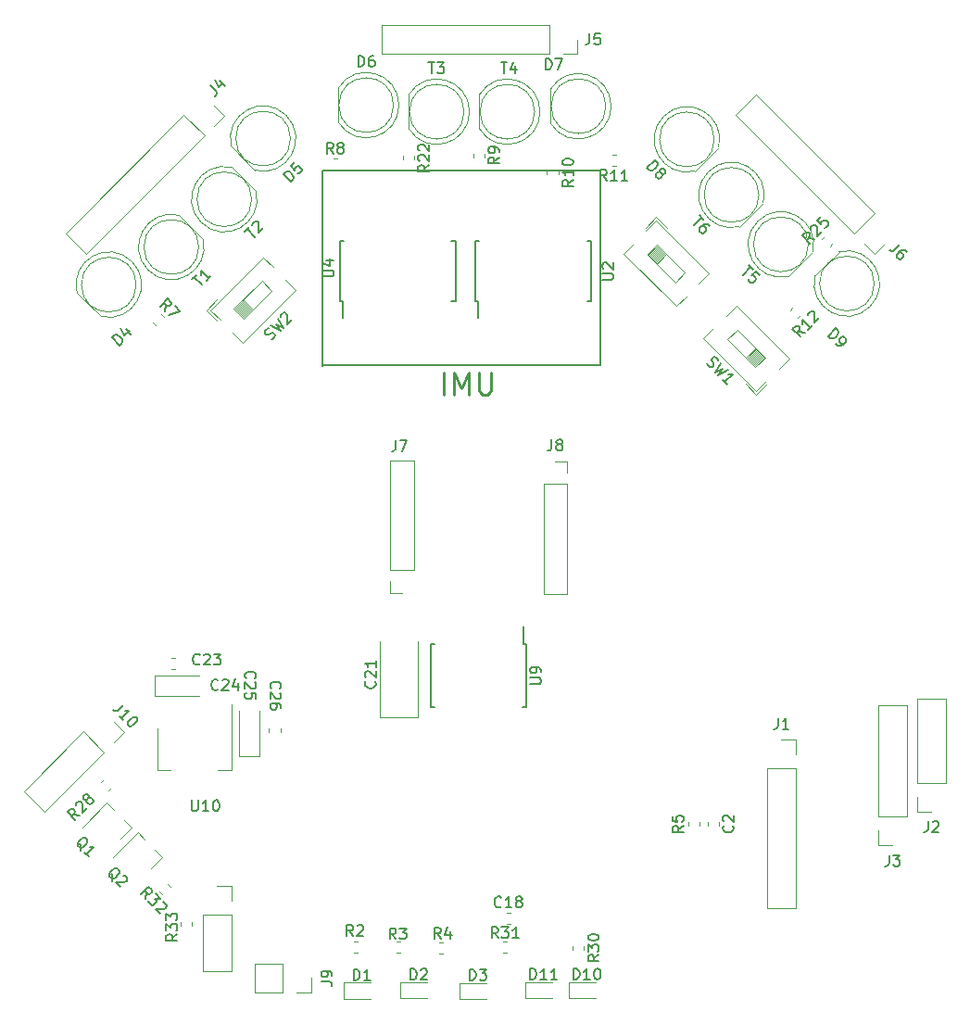
<source format=gbr>
G04 #@! TF.GenerationSoftware,KiCad,Pcbnew,(5.0.2)-1*
G04 #@! TF.CreationDate,2021-04-10T18:42:57+02:00*
G04 #@! TF.ProjectId,Squick,53717569-636b-42e6-9b69-6361645f7063,rev?*
G04 #@! TF.SameCoordinates,Original*
G04 #@! TF.FileFunction,Legend,Top*
G04 #@! TF.FilePolarity,Positive*
%FSLAX45Y45*%
G04 Gerber Fmt 4.5, Leading zero omitted, Abs format (unit mm)*
G04 Created by KiCad (PCBNEW (5.0.2)-1) date 10.04.2021 18:42:57*
%MOMM*%
%LPD*%
G01*
G04 APERTURE LIST*
%ADD10C,0.120000*%
%ADD11C,0.150000*%
%ADD12C,0.250000*%
G04 APERTURE END LIST*
D10*
G04 #@! TO.C,R9*
X17959000Y-4722873D02*
X17959000Y-4757127D01*
X18061000Y-4722873D02*
X18061000Y-4757127D01*
G04 #@! TO.C,J8*
X18604000Y-7740000D02*
X18816000Y-7740000D01*
X18604000Y-7740000D02*
X18604000Y-8746000D01*
X18604000Y-8746000D02*
X18816000Y-8746000D01*
X18816000Y-7740000D02*
X18816000Y-8746000D01*
X18816000Y-7534000D02*
X18816000Y-7640000D01*
X18710000Y-7534000D02*
X18816000Y-7534000D01*
G04 #@! TO.C,J7*
X17416000Y-8530000D02*
X17204000Y-8530000D01*
X17416000Y-8530000D02*
X17416000Y-7524000D01*
X17416000Y-7524000D02*
X17204000Y-7524000D01*
X17204000Y-8530000D02*
X17204000Y-7524000D01*
X17204000Y-8736000D02*
X17204000Y-8630000D01*
X17310000Y-8736000D02*
X17204000Y-8736000D01*
D11*
G04 #@! TO.C,U8*
X19122000Y-4879000D02*
X19122000Y-6659000D01*
X17852000Y-4879000D02*
X19122000Y-4879000D01*
X17852000Y-4879000D02*
X16582000Y-4879000D01*
X16581000Y-4881000D02*
X16581000Y-6661000D01*
X16582000Y-6659000D02*
X19122000Y-6659000D01*
D10*
G04 #@! TO.C,SW4*
X15620000Y-11417000D02*
X15753000Y-11417000D01*
X15753000Y-11417000D02*
X15753000Y-11550000D01*
X15753000Y-11677000D02*
X15753000Y-12191000D01*
X15487000Y-12191000D02*
X15753000Y-12191000D01*
X15487000Y-11677000D02*
X15487000Y-12191000D01*
X15487000Y-11677000D02*
X15753000Y-11677000D01*
G04 #@! TO.C,R31*
X18268127Y-11921000D02*
X18233873Y-11921000D01*
X18268127Y-12023000D02*
X18233873Y-12023000D01*
G04 #@! TO.C,R30*
X18869000Y-11962873D02*
X18869000Y-11997127D01*
X18971000Y-11962873D02*
X18971000Y-11997127D01*
G04 #@! TO.C,R28*
X14628952Y-10538373D02*
X14653173Y-10514152D01*
X14556827Y-10466248D02*
X14581048Y-10442027D01*
G04 #@! TO.C,R25*
X21218624Y-5574301D02*
X21242845Y-5550080D01*
X21146499Y-5502176D02*
X21170720Y-5477955D01*
G04 #@! TO.C,R22*
X17319000Y-4745373D02*
X17319000Y-4779627D01*
X17421000Y-4745373D02*
X17421000Y-4779627D01*
G04 #@! TO.C,R12*
X20877920Y-6129955D02*
X20853699Y-6154176D01*
X20950045Y-6202080D02*
X20925824Y-6226301D01*
G04 #@! TO.C,R11*
X19262627Y-4732000D02*
X19228373Y-4732000D01*
X19262627Y-4834000D02*
X19228373Y-4834000D01*
G04 #@! TO.C,R10*
X18635000Y-4880373D02*
X18635000Y-4914627D01*
X18737000Y-4880373D02*
X18737000Y-4914627D01*
G04 #@! TO.C,R8*
X16680873Y-4872000D02*
X16715127Y-4872000D01*
X16680873Y-4770000D02*
X16715127Y-4770000D01*
G04 #@! TO.C,R7*
X15033699Y-6265824D02*
X15057920Y-6290045D01*
X15105824Y-6193699D02*
X15130045Y-6217920D01*
G04 #@! TO.C,R5*
X20029000Y-10865627D02*
X20029000Y-10831373D01*
X19927000Y-10865627D02*
X19927000Y-10831373D01*
G04 #@! TO.C,R4*
X17679627Y-11928000D02*
X17645373Y-11928000D01*
X17679627Y-12030000D02*
X17645373Y-12030000D01*
G04 #@! TO.C,R3*
X17292627Y-11922000D02*
X17258373Y-11922000D01*
X17292627Y-12024000D02*
X17258373Y-12024000D01*
G04 #@! TO.C,R2*
X16904127Y-11920000D02*
X16869873Y-11920000D01*
X16904127Y-12022000D02*
X16869873Y-12022000D01*
G04 #@! TO.C,Q1*
X14836663Y-10877183D02*
X14733425Y-10980420D01*
X14613217Y-10653737D02*
X14389771Y-10877183D01*
X14613217Y-10653737D02*
X14678978Y-10719498D01*
X14836663Y-10877183D02*
X14770902Y-10811422D01*
G04 #@! TO.C,D11*
X18435500Y-12440500D02*
X18681500Y-12440500D01*
X18435500Y-12293500D02*
X18435500Y-12440500D01*
X18681500Y-12293500D02*
X18435500Y-12293500D01*
G04 #@! TO.C,D10*
X18830500Y-12440500D02*
X19076500Y-12440500D01*
X18830500Y-12293500D02*
X18830500Y-12440500D01*
X19076500Y-12293500D02*
X18830500Y-12293500D01*
G04 #@! TO.C,D3*
X17834500Y-12446500D02*
X18080500Y-12446500D01*
X17834500Y-12299500D02*
X17834500Y-12446500D01*
X18080500Y-12299500D02*
X17834500Y-12299500D01*
G04 #@! TO.C,D2*
X17294000Y-12442500D02*
X17540000Y-12442500D01*
X17294000Y-12295500D02*
X17294000Y-12442500D01*
X17540000Y-12295500D02*
X17294000Y-12295500D01*
G04 #@! TO.C,D1*
X16774500Y-12445500D02*
X17020500Y-12445500D01*
X16774500Y-12298500D02*
X16774500Y-12445500D01*
X17020500Y-12298500D02*
X16774500Y-12298500D01*
G04 #@! TO.C,C26*
X16197000Y-10006627D02*
X16197000Y-9972373D01*
X16095000Y-10006627D02*
X16095000Y-9972373D01*
G04 #@! TO.C,C25*
X16009500Y-10224750D02*
X16009500Y-9816250D01*
X15822500Y-10224750D02*
X16009500Y-10224750D01*
X15822500Y-9816250D02*
X15822500Y-10224750D01*
G04 #@! TO.C,C24*
X15458000Y-9489500D02*
X15049500Y-9489500D01*
X15049500Y-9489500D02*
X15049500Y-9676500D01*
X15049500Y-9676500D02*
X15458000Y-9676500D01*
G04 #@! TO.C,C23*
X15198873Y-9430000D02*
X15233127Y-9430000D01*
X15198873Y-9328000D02*
X15233127Y-9328000D01*
G04 #@! TO.C,C21*
X17451000Y-9874500D02*
X17451000Y-9181000D01*
X17109000Y-9874500D02*
X17451000Y-9874500D01*
X17109000Y-9181000D02*
X17109000Y-9874500D01*
G04 #@! TO.C,C18*
X18263373Y-11759000D02*
X18297627Y-11759000D01*
X18263373Y-11657000D02*
X18297627Y-11657000D01*
G04 #@! TO.C,C2*
X20101000Y-10829373D02*
X20101000Y-10863627D01*
X20203000Y-10829373D02*
X20203000Y-10863627D01*
G04 #@! TO.C,R33*
X15289000Y-11740373D02*
X15289000Y-11774627D01*
X15391000Y-11740373D02*
X15391000Y-11774627D01*
G04 #@! TO.C,R32*
X15190045Y-11419920D02*
X15165824Y-11395699D01*
X15117920Y-11492045D02*
X15093699Y-11467824D01*
G04 #@! TO.C,Q2*
X15116663Y-11150183D02*
X15013425Y-11253420D01*
X14893217Y-10926737D02*
X14669771Y-11150183D01*
X14893217Y-10926737D02*
X14958978Y-10992498D01*
X15116663Y-11150183D02*
X15050902Y-11084422D01*
G04 #@! TO.C,J10*
X14395752Y-10003357D02*
X14583843Y-10191448D01*
X14395752Y-10003357D02*
X13852694Y-10546415D01*
X13852694Y-10546415D02*
X14040785Y-10734506D01*
X14583843Y-10191448D02*
X14040785Y-10734506D01*
X14767690Y-10007600D02*
X14673645Y-10101645D01*
X14673645Y-9913555D02*
X14767690Y-10007600D01*
D11*
G04 #@! TO.C,U2*
X18007500Y-6072500D02*
X18007500Y-6225000D01*
X19035000Y-6072500D02*
X19035000Y-5517500D01*
X17980000Y-6072500D02*
X17980000Y-5517500D01*
X19035000Y-6072500D02*
X18999500Y-6072500D01*
X19035000Y-5517500D02*
X18999500Y-5517500D01*
X17980000Y-5517500D02*
X18015500Y-5517500D01*
X17980000Y-6072500D02*
X18007500Y-6072500D01*
G04 #@! TO.C,U4*
X16742500Y-6072500D02*
X16770000Y-6072500D01*
X16742500Y-5517500D02*
X16778000Y-5517500D01*
X17797500Y-5517500D02*
X17762000Y-5517500D01*
X17797500Y-6072500D02*
X17762000Y-6072500D01*
X16742500Y-6072500D02*
X16742500Y-5517500D01*
X17797500Y-6072500D02*
X17797500Y-5517500D01*
X16770000Y-6072500D02*
X16770000Y-6225000D01*
D10*
G04 #@! TO.C,SW1*
X20452761Y-6590063D02*
X20542563Y-6500261D01*
X20622938Y-6590535D02*
X20537614Y-6505211D01*
X20614453Y-6599020D02*
X20529128Y-6513696D01*
X20605967Y-6607505D02*
X20520643Y-6522181D01*
X20597482Y-6615991D02*
X20512158Y-6530666D01*
X20588997Y-6624476D02*
X20503673Y-6539152D01*
X20580512Y-6632961D02*
X20495187Y-6547637D01*
X20572026Y-6641446D02*
X20486702Y-6556122D01*
X20563541Y-6649932D02*
X20478217Y-6564607D01*
X20555056Y-6658417D02*
X20469731Y-6573093D01*
X20546570Y-6666902D02*
X20461246Y-6581578D01*
X20282112Y-6419415D02*
X20538085Y-6675388D01*
X20371915Y-6329612D02*
X20282112Y-6419415D01*
X20627888Y-6585585D02*
X20371915Y-6329612D01*
X20538085Y-6675388D02*
X20627888Y-6585585D01*
X20546924Y-6926764D02*
X20644717Y-6828971D01*
X20546924Y-6926764D02*
X20449131Y-6828971D01*
X20270445Y-6204808D02*
X20363076Y-6112177D01*
X20064677Y-6410576D02*
X20157308Y-6317945D01*
X20752692Y-6687055D02*
X20845323Y-6594424D01*
X20546924Y-6892823D02*
X20639555Y-6800192D01*
X20845323Y-6594424D02*
X20363076Y-6112177D01*
X20546924Y-6892823D02*
X20064677Y-6410576D01*
G04 #@! TO.C,SW2*
X15554677Y-6151924D02*
X16036924Y-5669677D01*
X15853076Y-6450323D02*
X16335323Y-5968076D01*
X15554677Y-6151924D02*
X15647308Y-6244555D01*
X15760445Y-6357692D02*
X15853076Y-6450323D01*
X16036924Y-5669677D02*
X16129555Y-5762308D01*
X16242692Y-5875445D02*
X16335323Y-5968076D01*
X15520736Y-6151924D02*
X15618529Y-6054131D01*
X15520736Y-6151924D02*
X15618529Y-6249717D01*
X15772112Y-6143085D02*
X15861915Y-6232888D01*
X15861915Y-6232888D02*
X16117888Y-5976915D01*
X16117888Y-5976915D02*
X16028085Y-5887112D01*
X16028085Y-5887112D02*
X15772112Y-6143085D01*
X15780598Y-6151570D02*
X15865922Y-6066246D01*
X15789083Y-6160056D02*
X15874407Y-6074731D01*
X15797568Y-6168541D02*
X15882892Y-6083217D01*
X15806053Y-6177026D02*
X15891378Y-6091702D01*
X15814539Y-6185511D02*
X15899863Y-6100187D01*
X15823024Y-6193997D02*
X15908348Y-6108672D01*
X15831509Y-6202482D02*
X15916834Y-6117158D01*
X15839995Y-6210967D02*
X15925319Y-6125643D01*
X15848480Y-6219453D02*
X15933804Y-6134128D01*
X15856965Y-6227938D02*
X15942289Y-6142614D01*
X15857437Y-6057761D02*
X15947239Y-6147563D01*
G04 #@! TO.C,SW3*
X19724739Y-5639937D02*
X19634937Y-5729739D01*
X19554562Y-5639465D02*
X19639886Y-5724789D01*
X19563047Y-5630980D02*
X19648372Y-5716304D01*
X19571533Y-5622495D02*
X19656857Y-5707819D01*
X19580018Y-5614009D02*
X19665342Y-5699334D01*
X19588503Y-5605524D02*
X19673828Y-5690848D01*
X19596989Y-5597039D02*
X19682313Y-5682363D01*
X19605474Y-5588554D02*
X19690798Y-5673878D01*
X19613959Y-5580068D02*
X19699283Y-5665392D01*
X19622444Y-5571583D02*
X19707769Y-5656907D01*
X19630930Y-5563098D02*
X19716254Y-5648422D01*
X19895388Y-5810585D02*
X19639415Y-5554612D01*
X19805585Y-5900388D02*
X19895388Y-5810585D01*
X19549612Y-5644415D02*
X19805585Y-5900388D01*
X19639415Y-5554612D02*
X19549612Y-5644415D01*
X19630576Y-5303236D02*
X19532783Y-5401029D01*
X19630576Y-5303236D02*
X19728369Y-5401029D01*
X19907055Y-6025192D02*
X19814424Y-6117823D01*
X20112823Y-5819424D02*
X20020192Y-5912055D01*
X19424808Y-5542945D02*
X19332177Y-5635576D01*
X19630576Y-5337177D02*
X19537945Y-5429808D01*
X19332177Y-5635576D02*
X19814424Y-6117823D01*
X19630576Y-5337177D02*
X20112823Y-5819424D01*
G04 #@! TO.C,D4*
X14841260Y-5708805D02*
G75*
G03X14339547Y-5991981I-211458J-211392D01*
G01*
X14841195Y-5708740D02*
G75*
G02X14558019Y-6210453I-211392J-211458D01*
G01*
X14879803Y-5920197D02*
G75*
G03X14879803Y-5920197I-250000J0D01*
G01*
X14339535Y-5991969D02*
X14558031Y-6210465D01*
G04 #@! TO.C,D5*
X16251260Y-4373805D02*
G75*
G03X15749547Y-4656981I-211458J-211392D01*
G01*
X16251195Y-4373740D02*
G75*
G02X15968019Y-4875453I-211392J-211458D01*
G01*
X16289803Y-4585197D02*
G75*
G03X16289803Y-4585197I-250000J0D01*
G01*
X15749535Y-4656969D02*
X15968031Y-4875465D01*
G04 #@! TO.C,D6*
X17281000Y-4280046D02*
G75*
G03X16726000Y-4125517I-299000J46D01*
G01*
X17281000Y-4279954D02*
G75*
G02X16726000Y-4434483I-299000J-46D01*
G01*
X17232000Y-4280000D02*
G75*
G03X17232000Y-4280000I-250000J0D01*
G01*
X16726000Y-4125500D02*
X16726000Y-4434500D01*
G04 #@! TO.C,D7*
X18666000Y-4135500D02*
X18666000Y-4444500D01*
X19172000Y-4290000D02*
G75*
G03X19172000Y-4290000I-250000J0D01*
G01*
X19221000Y-4289954D02*
G75*
G02X18666000Y-4444483I-299000J-46D01*
G01*
X19221000Y-4290046D02*
G75*
G03X18666000Y-4135517I-299000J46D01*
G01*
G04 #@! TO.C,D8*
X19701305Y-4381240D02*
G75*
G03X19984481Y-4882953I211392J-211458D01*
G01*
X19701240Y-4381305D02*
G75*
G02X20202953Y-4664481I211458J-211392D01*
G01*
X20162697Y-4592697D02*
G75*
G03X20162697Y-4592697I-250000J0D01*
G01*
X19984469Y-4882965D02*
X20202965Y-4664469D01*
G04 #@! TO.C,D9*
X21303031Y-5619535D02*
X21084535Y-5838031D01*
X21624803Y-5909803D02*
G75*
G03X21624803Y-5909803I-250000J0D01*
G01*
X21586260Y-6121195D02*
G75*
G02X21084547Y-5838019I-211458J211392D01*
G01*
X21586195Y-6121260D02*
G75*
G03X21303019Y-5619547I-211392J211458D01*
G01*
G04 #@! TO.C,J1*
X20644200Y-10337800D02*
X20910200Y-10337800D01*
X20644200Y-10337800D02*
X20644200Y-11613800D01*
X20644200Y-11613800D02*
X20910200Y-11613800D01*
X20910200Y-10337800D02*
X20910200Y-11613800D01*
X20910200Y-10077800D02*
X20910200Y-10210800D01*
X20777200Y-10077800D02*
X20910200Y-10077800D01*
G04 #@! TO.C,J2*
X22281800Y-10473000D02*
X22015800Y-10473000D01*
X22281800Y-10473000D02*
X22281800Y-9705000D01*
X22281800Y-9705000D02*
X22015800Y-9705000D01*
X22015800Y-10473000D02*
X22015800Y-9705000D01*
X22015800Y-10733000D02*
X22015800Y-10600000D01*
X22148800Y-10733000D02*
X22015800Y-10733000D01*
G04 #@! TO.C,J3*
X21926200Y-10783000D02*
X21660200Y-10783000D01*
X21926200Y-10783000D02*
X21926200Y-9761000D01*
X21926200Y-9761000D02*
X21660200Y-9761000D01*
X21660200Y-10783000D02*
X21660200Y-9761000D01*
X21660200Y-11043000D02*
X21660200Y-10910000D01*
X21793200Y-11043000D02*
X21660200Y-11043000D01*
G04 #@! TO.C,J4*
X15594045Y-4280955D02*
X15688090Y-4375000D01*
X15688090Y-4375000D02*
X15594045Y-4469045D01*
X15504243Y-4558848D02*
X14422369Y-5640721D01*
X14234279Y-5452631D02*
X14422369Y-5640721D01*
X15316152Y-4370757D02*
X14234279Y-5452631D01*
X15316152Y-4370757D02*
X15504243Y-4558848D01*
G04 #@! TO.C,J5*
X18653000Y-3547000D02*
X18653000Y-3813000D01*
X18653000Y-3547000D02*
X17123000Y-3547000D01*
X17123000Y-3547000D02*
X17123000Y-3813000D01*
X18653000Y-3813000D02*
X17123000Y-3813000D01*
X18913000Y-3813000D02*
X18780000Y-3813000D01*
X18913000Y-3680000D02*
X18913000Y-3813000D01*
G04 #@! TO.C,J6*
X21629243Y-5265955D02*
X21441152Y-5454045D01*
X21629243Y-5265955D02*
X20547369Y-4184081D01*
X20547369Y-4184081D02*
X20359279Y-4372172D01*
X21441152Y-5454045D02*
X20359279Y-4372172D01*
X21625000Y-5637893D02*
X21530955Y-5543848D01*
X21719045Y-5543848D02*
X21625000Y-5637893D01*
G04 #@! TO.C,J9*
X16221000Y-12123000D02*
X16221000Y-12389000D01*
X16221000Y-12123000D02*
X15961000Y-12123000D01*
X15961000Y-12123000D02*
X15961000Y-12389000D01*
X16221000Y-12389000D02*
X15961000Y-12389000D01*
X16481000Y-12389000D02*
X16348000Y-12389000D01*
X16481000Y-12256000D02*
X16481000Y-12389000D01*
G04 #@! TO.C,T1*
X15491265Y-5504431D02*
X15272769Y-5285935D01*
X15450997Y-5576203D02*
G75*
G03X15450997Y-5576203I-250000J0D01*
G01*
X14989605Y-5787660D02*
G75*
G02X15272781Y-5285947I211392J211458D01*
G01*
X14989540Y-5787595D02*
G75*
G03X15491253Y-5504419I211458J211392D01*
G01*
G04 #@! TO.C,T2*
X15975465Y-5068031D02*
X15756969Y-4849535D01*
X15935197Y-5139803D02*
G75*
G03X15935197Y-5139803I-250000J0D01*
G01*
X15473805Y-5351260D02*
G75*
G02X15756981Y-4849547I211392J211458D01*
G01*
X15473740Y-5351195D02*
G75*
G03X15975453Y-5068019I211458J211392D01*
G01*
G04 #@! TO.C,T3*
X17926000Y-4340046D02*
G75*
G03X17371000Y-4185517I-299000J46D01*
G01*
X17926000Y-4339954D02*
G75*
G02X17371000Y-4494483I-299000J-46D01*
G01*
X17877000Y-4340000D02*
G75*
G03X17877000Y-4340000I-250000J0D01*
G01*
X17371000Y-4185500D02*
X17371000Y-4494500D01*
G04 #@! TO.C,T4*
X18016000Y-4185500D02*
X18016000Y-4494500D01*
X18522000Y-4340000D02*
G75*
G03X18522000Y-4340000I-250000J0D01*
G01*
X18571000Y-4339954D02*
G75*
G02X18016000Y-4494483I-299000J-46D01*
G01*
X18571000Y-4340046D02*
G75*
G03X18016000Y-4185517I-299000J46D01*
G01*
G04 #@! TO.C,T5*
X20560605Y-5340940D02*
G75*
G03X20843781Y-5842653I211392J-211458D01*
G01*
X20560540Y-5341005D02*
G75*
G02X21062253Y-5624181I211458J-211392D01*
G01*
X21021997Y-5552397D02*
G75*
G03X21021997Y-5552397I-250000J0D01*
G01*
X20843769Y-5842665D02*
X21062265Y-5624169D01*
G04 #@! TO.C,T6*
X20391969Y-5390465D02*
X20610465Y-5171969D01*
X20570197Y-5100197D02*
G75*
G03X20570197Y-5100197I-250000J0D01*
G01*
X20108740Y-4888805D02*
G75*
G02X20610453Y-5171981I211458J-211392D01*
G01*
X20108805Y-4888740D02*
G75*
G03X20391981Y-5390453I211392J-211458D01*
G01*
D11*
G04 #@! TO.C,U9*
X18441500Y-9205500D02*
X18419000Y-9205500D01*
X18441500Y-9780500D02*
X18411500Y-9780500D01*
X17576500Y-9780500D02*
X17606500Y-9780500D01*
X17576500Y-9205500D02*
X17606500Y-9205500D01*
X18441500Y-9205500D02*
X18441500Y-9780500D01*
X17576500Y-9205500D02*
X17576500Y-9780500D01*
X18419000Y-9205500D02*
X18419000Y-9045500D01*
D10*
G04 #@! TO.C,U10*
X15071500Y-10353500D02*
X15197500Y-10353500D01*
X15753500Y-10353500D02*
X15627500Y-10353500D01*
X15071500Y-9977500D02*
X15071500Y-10353500D01*
X15753500Y-9752500D02*
X15753500Y-10353500D01*
G04 #@! TO.C,R9*
D11*
X18198238Y-4756667D02*
X18150619Y-4790000D01*
X18198238Y-4813810D02*
X18098238Y-4813810D01*
X18098238Y-4775714D01*
X18103000Y-4766190D01*
X18107762Y-4761429D01*
X18117286Y-4756667D01*
X18131571Y-4756667D01*
X18141095Y-4761429D01*
X18145857Y-4766190D01*
X18150619Y-4775714D01*
X18150619Y-4813810D01*
X18198238Y-4709048D02*
X18198238Y-4690000D01*
X18193476Y-4680476D01*
X18188714Y-4675714D01*
X18174429Y-4666190D01*
X18155381Y-4661429D01*
X18117286Y-4661429D01*
X18107762Y-4666190D01*
X18103000Y-4670952D01*
X18098238Y-4680476D01*
X18098238Y-4699524D01*
X18103000Y-4709048D01*
X18107762Y-4713810D01*
X18117286Y-4718571D01*
X18141095Y-4718571D01*
X18150619Y-4713810D01*
X18155381Y-4709048D01*
X18160143Y-4699524D01*
X18160143Y-4680476D01*
X18155381Y-4670952D01*
X18150619Y-4666190D01*
X18141095Y-4661429D01*
G04 #@! TO.C,J8*
X18676667Y-7335238D02*
X18676667Y-7406667D01*
X18671905Y-7420952D01*
X18662381Y-7430476D01*
X18648095Y-7435238D01*
X18638571Y-7435238D01*
X18738571Y-7378095D02*
X18729048Y-7373333D01*
X18724286Y-7368571D01*
X18719524Y-7359048D01*
X18719524Y-7354286D01*
X18724286Y-7344762D01*
X18729048Y-7340000D01*
X18738571Y-7335238D01*
X18757619Y-7335238D01*
X18767143Y-7340000D01*
X18771905Y-7344762D01*
X18776667Y-7354286D01*
X18776667Y-7359048D01*
X18771905Y-7368571D01*
X18767143Y-7373333D01*
X18757619Y-7378095D01*
X18738571Y-7378095D01*
X18729048Y-7382857D01*
X18724286Y-7387619D01*
X18719524Y-7397143D01*
X18719524Y-7416190D01*
X18724286Y-7425714D01*
X18729048Y-7430476D01*
X18738571Y-7435238D01*
X18757619Y-7435238D01*
X18767143Y-7430476D01*
X18771905Y-7425714D01*
X18776667Y-7416190D01*
X18776667Y-7397143D01*
X18771905Y-7387619D01*
X18767143Y-7382857D01*
X18757619Y-7378095D01*
G04 #@! TO.C,J7*
X17251667Y-7340238D02*
X17251667Y-7411667D01*
X17246905Y-7425952D01*
X17237381Y-7435476D01*
X17223095Y-7440238D01*
X17213571Y-7440238D01*
X17289762Y-7340238D02*
X17356429Y-7340238D01*
X17313571Y-7440238D01*
G04 #@! TO.C,U8*
D12*
X17687952Y-6923076D02*
X17687952Y-6723076D01*
X17783190Y-6923076D02*
X17783190Y-6723076D01*
X17849857Y-6865933D01*
X17916524Y-6723076D01*
X17916524Y-6923076D01*
X18011762Y-6723076D02*
X18011762Y-6884981D01*
X18021286Y-6904028D01*
X18030810Y-6913552D01*
X18049857Y-6923076D01*
X18087952Y-6923076D01*
X18107000Y-6913552D01*
X18116524Y-6904028D01*
X18126048Y-6884981D01*
X18126048Y-6723076D01*
G04 #@! TO.C,R31*
D11*
X18186714Y-11890238D02*
X18153381Y-11842619D01*
X18129571Y-11890238D02*
X18129571Y-11790238D01*
X18167667Y-11790238D01*
X18177190Y-11795000D01*
X18181952Y-11799762D01*
X18186714Y-11809286D01*
X18186714Y-11823571D01*
X18181952Y-11833095D01*
X18177190Y-11837857D01*
X18167667Y-11842619D01*
X18129571Y-11842619D01*
X18220048Y-11790238D02*
X18281952Y-11790238D01*
X18248619Y-11828333D01*
X18262905Y-11828333D01*
X18272429Y-11833095D01*
X18277190Y-11837857D01*
X18281952Y-11847381D01*
X18281952Y-11871190D01*
X18277190Y-11880714D01*
X18272429Y-11885476D01*
X18262905Y-11890238D01*
X18234333Y-11890238D01*
X18224810Y-11885476D01*
X18220048Y-11880714D01*
X18377190Y-11890238D02*
X18320048Y-11890238D01*
X18348619Y-11890238D02*
X18348619Y-11790238D01*
X18339095Y-11804524D01*
X18329571Y-11814048D01*
X18320048Y-11818809D01*
G04 #@! TO.C,R30*
X19108238Y-12044286D02*
X19060619Y-12077619D01*
X19108238Y-12101428D02*
X19008238Y-12101428D01*
X19008238Y-12063333D01*
X19013000Y-12053809D01*
X19017762Y-12049048D01*
X19027286Y-12044286D01*
X19041571Y-12044286D01*
X19051095Y-12049048D01*
X19055857Y-12053809D01*
X19060619Y-12063333D01*
X19060619Y-12101428D01*
X19008238Y-12010952D02*
X19008238Y-11949048D01*
X19046333Y-11982381D01*
X19046333Y-11968095D01*
X19051095Y-11958571D01*
X19055857Y-11953809D01*
X19065381Y-11949048D01*
X19089190Y-11949048D01*
X19098714Y-11953809D01*
X19103476Y-11958571D01*
X19108238Y-11968095D01*
X19108238Y-11996667D01*
X19103476Y-12006190D01*
X19098714Y-12010952D01*
X19008238Y-11887143D02*
X19008238Y-11877619D01*
X19013000Y-11868095D01*
X19017762Y-11863333D01*
X19027286Y-11858571D01*
X19046333Y-11853809D01*
X19070143Y-11853809D01*
X19089190Y-11858571D01*
X19098714Y-11863333D01*
X19103476Y-11868095D01*
X19108238Y-11877619D01*
X19108238Y-11887143D01*
X19103476Y-11896667D01*
X19098714Y-11901428D01*
X19089190Y-11906190D01*
X19070143Y-11910952D01*
X19046333Y-11910952D01*
X19027286Y-11906190D01*
X19017762Y-11901428D01*
X19013000Y-11896667D01*
X19008238Y-11887143D01*
G04 #@! TO.C,R28*
X14362931Y-10770845D02*
X14305689Y-10760744D01*
X14322525Y-10811251D02*
X14251814Y-10740540D01*
X14278752Y-10713603D01*
X14288853Y-10710236D01*
X14295588Y-10710236D01*
X14305689Y-10713603D01*
X14315791Y-10723705D01*
X14319158Y-10733806D01*
X14319158Y-10740540D01*
X14315791Y-10750642D01*
X14288853Y-10777579D01*
X14325892Y-10679931D02*
X14325892Y-10673197D01*
X14329259Y-10663095D01*
X14346095Y-10646260D01*
X14356197Y-10642892D01*
X14362931Y-10642892D01*
X14373033Y-10646260D01*
X14379767Y-10652994D01*
X14386501Y-10666463D01*
X14386501Y-10747275D01*
X14430275Y-10703502D01*
X14430275Y-10622689D02*
X14420173Y-10626056D01*
X14413439Y-10626056D01*
X14403337Y-10622689D01*
X14399970Y-10619322D01*
X14396603Y-10609221D01*
X14396603Y-10602486D01*
X14399970Y-10592385D01*
X14413439Y-10578916D01*
X14423540Y-10575549D01*
X14430275Y-10575549D01*
X14440376Y-10578916D01*
X14443743Y-10582283D01*
X14447111Y-10592385D01*
X14447111Y-10599119D01*
X14443743Y-10609221D01*
X14430275Y-10622689D01*
X14426908Y-10632791D01*
X14426908Y-10639525D01*
X14430275Y-10649627D01*
X14443743Y-10663095D01*
X14453845Y-10666463D01*
X14460579Y-10666463D01*
X14470681Y-10663095D01*
X14484150Y-10649627D01*
X14487517Y-10639525D01*
X14487517Y-10632791D01*
X14484150Y-10622689D01*
X14470681Y-10609221D01*
X14460579Y-10605853D01*
X14453845Y-10605853D01*
X14443743Y-10609221D01*
G04 #@! TO.C,R25*
X21080087Y-5502457D02*
X21022845Y-5492355D01*
X21039681Y-5542863D02*
X20968970Y-5472152D01*
X20995907Y-5445215D01*
X21006009Y-5441848D01*
X21012743Y-5441848D01*
X21022845Y-5445215D01*
X21032946Y-5455316D01*
X21036314Y-5465418D01*
X21036314Y-5472152D01*
X21032946Y-5482254D01*
X21006009Y-5509191D01*
X21043048Y-5411543D02*
X21043048Y-5404809D01*
X21046415Y-5394707D01*
X21063251Y-5377871D01*
X21073352Y-5374504D01*
X21080087Y-5374504D01*
X21090188Y-5377871D01*
X21096923Y-5384606D01*
X21103657Y-5398074D01*
X21103657Y-5478887D01*
X21147430Y-5435113D01*
X21140696Y-5300426D02*
X21107024Y-5334098D01*
X21137329Y-5371137D01*
X21137329Y-5364403D01*
X21140696Y-5354301D01*
X21157532Y-5337465D01*
X21167633Y-5334098D01*
X21174368Y-5334098D01*
X21184469Y-5337465D01*
X21201305Y-5354301D01*
X21204672Y-5364403D01*
X21204672Y-5371137D01*
X21201305Y-5381239D01*
X21184469Y-5398074D01*
X21174368Y-5401442D01*
X21167633Y-5401442D01*
G04 #@! TO.C,R22*
X17558238Y-4826786D02*
X17510619Y-4860119D01*
X17558238Y-4883929D02*
X17458238Y-4883929D01*
X17458238Y-4845833D01*
X17463000Y-4836310D01*
X17467762Y-4831548D01*
X17477286Y-4826786D01*
X17491571Y-4826786D01*
X17501095Y-4831548D01*
X17505857Y-4836310D01*
X17510619Y-4845833D01*
X17510619Y-4883929D01*
X17467762Y-4788690D02*
X17463000Y-4783929D01*
X17458238Y-4774405D01*
X17458238Y-4750595D01*
X17463000Y-4741071D01*
X17467762Y-4736310D01*
X17477286Y-4731548D01*
X17486810Y-4731548D01*
X17501095Y-4736310D01*
X17558238Y-4793452D01*
X17558238Y-4731548D01*
X17467762Y-4693452D02*
X17463000Y-4688690D01*
X17458238Y-4679167D01*
X17458238Y-4655357D01*
X17463000Y-4645833D01*
X17467762Y-4641071D01*
X17477286Y-4636310D01*
X17486810Y-4636310D01*
X17501095Y-4641071D01*
X17558238Y-4698214D01*
X17558238Y-4636310D01*
G04 #@! TO.C,R12*
X20989519Y-6356689D02*
X20932277Y-6346588D01*
X20949113Y-6397096D02*
X20878403Y-6326385D01*
X20905340Y-6299447D01*
X20915442Y-6296080D01*
X20922176Y-6296080D01*
X20932277Y-6299447D01*
X20942379Y-6309549D01*
X20945746Y-6319651D01*
X20945746Y-6326385D01*
X20942379Y-6336486D01*
X20915442Y-6363424D01*
X21056863Y-6289346D02*
X21016457Y-6329752D01*
X21036660Y-6309549D02*
X20965949Y-6238838D01*
X20969316Y-6255674D01*
X20969316Y-6269143D01*
X20965949Y-6279244D01*
X21019824Y-6198432D02*
X21019824Y-6191698D01*
X21023191Y-6181596D01*
X21040027Y-6164760D01*
X21050129Y-6161393D01*
X21056863Y-6161393D01*
X21066964Y-6164760D01*
X21073699Y-6171495D01*
X21080433Y-6184963D01*
X21080433Y-6265776D01*
X21124206Y-6222002D01*
G04 #@! TO.C,R11*
X19181214Y-4971238D02*
X19147881Y-4923619D01*
X19124071Y-4971238D02*
X19124071Y-4871238D01*
X19162167Y-4871238D01*
X19171690Y-4876000D01*
X19176452Y-4880762D01*
X19181214Y-4890286D01*
X19181214Y-4904571D01*
X19176452Y-4914095D01*
X19171690Y-4918857D01*
X19162167Y-4923619D01*
X19124071Y-4923619D01*
X19276452Y-4971238D02*
X19219310Y-4971238D01*
X19247881Y-4971238D02*
X19247881Y-4871238D01*
X19238357Y-4885524D01*
X19228833Y-4895048D01*
X19219310Y-4899810D01*
X19371690Y-4971238D02*
X19314548Y-4971238D01*
X19343119Y-4971238D02*
X19343119Y-4871238D01*
X19333595Y-4885524D01*
X19324071Y-4895048D01*
X19314548Y-4899810D01*
G04 #@! TO.C,R10*
X18874238Y-4961786D02*
X18826619Y-4995119D01*
X18874238Y-5018929D02*
X18774238Y-5018929D01*
X18774238Y-4980833D01*
X18779000Y-4971310D01*
X18783762Y-4966548D01*
X18793286Y-4961786D01*
X18807571Y-4961786D01*
X18817095Y-4966548D01*
X18821857Y-4971310D01*
X18826619Y-4980833D01*
X18826619Y-5018929D01*
X18874238Y-4866548D02*
X18874238Y-4923690D01*
X18874238Y-4895119D02*
X18774238Y-4895119D01*
X18788524Y-4904643D01*
X18798048Y-4914167D01*
X18802810Y-4923690D01*
X18774238Y-4804643D02*
X18774238Y-4795119D01*
X18779000Y-4785595D01*
X18783762Y-4780833D01*
X18793286Y-4776071D01*
X18812333Y-4771310D01*
X18836143Y-4771310D01*
X18855190Y-4776071D01*
X18864714Y-4780833D01*
X18869476Y-4785595D01*
X18874238Y-4795119D01*
X18874238Y-4804643D01*
X18869476Y-4814167D01*
X18864714Y-4818929D01*
X18855190Y-4823690D01*
X18836143Y-4828452D01*
X18812333Y-4828452D01*
X18793286Y-4823690D01*
X18783762Y-4818929D01*
X18779000Y-4814167D01*
X18774238Y-4804643D01*
G04 #@! TO.C,R8*
X16681333Y-4723238D02*
X16648000Y-4675619D01*
X16624190Y-4723238D02*
X16624190Y-4623238D01*
X16662286Y-4623238D01*
X16671809Y-4628000D01*
X16676571Y-4632762D01*
X16681333Y-4642286D01*
X16681333Y-4656571D01*
X16676571Y-4666095D01*
X16671809Y-4670857D01*
X16662286Y-4675619D01*
X16624190Y-4675619D01*
X16738476Y-4666095D02*
X16728952Y-4661333D01*
X16724190Y-4656571D01*
X16719428Y-4647048D01*
X16719428Y-4642286D01*
X16724190Y-4632762D01*
X16728952Y-4628000D01*
X16738476Y-4623238D01*
X16757524Y-4623238D01*
X16767048Y-4628000D01*
X16771809Y-4632762D01*
X16776571Y-4642286D01*
X16776571Y-4647048D01*
X16771809Y-4656571D01*
X16767048Y-4661333D01*
X16757524Y-4666095D01*
X16738476Y-4666095D01*
X16728952Y-4670857D01*
X16724190Y-4675619D01*
X16719428Y-4685143D01*
X16719428Y-4704190D01*
X16724190Y-4713714D01*
X16728952Y-4718476D01*
X16738476Y-4723238D01*
X16757524Y-4723238D01*
X16767048Y-4718476D01*
X16771809Y-4713714D01*
X16776571Y-4704190D01*
X16776571Y-4685143D01*
X16771809Y-4675619D01*
X16767048Y-4670857D01*
X16757524Y-4666095D01*
G04 #@! TO.C,R7*
X15139215Y-6160958D02*
X15149316Y-6103716D01*
X15098809Y-6120552D02*
X15169519Y-6049842D01*
X15196457Y-6076779D01*
X15199824Y-6086881D01*
X15199824Y-6093615D01*
X15196457Y-6103716D01*
X15186355Y-6113818D01*
X15176254Y-6117185D01*
X15169519Y-6117185D01*
X15159418Y-6113818D01*
X15132480Y-6086881D01*
X15233496Y-6113818D02*
X15280636Y-6160958D01*
X15179621Y-6201365D01*
G04 #@! TO.C,R5*
X19880238Y-10865167D02*
X19832619Y-10898500D01*
X19880238Y-10922310D02*
X19780238Y-10922310D01*
X19780238Y-10884214D01*
X19785000Y-10874690D01*
X19789762Y-10869929D01*
X19799286Y-10865167D01*
X19813571Y-10865167D01*
X19823095Y-10869929D01*
X19827857Y-10874690D01*
X19832619Y-10884214D01*
X19832619Y-10922310D01*
X19780238Y-10774690D02*
X19780238Y-10822310D01*
X19827857Y-10827071D01*
X19823095Y-10822310D01*
X19818333Y-10812786D01*
X19818333Y-10788976D01*
X19823095Y-10779452D01*
X19827857Y-10774690D01*
X19837381Y-10769929D01*
X19861190Y-10769929D01*
X19870714Y-10774690D01*
X19875476Y-10779452D01*
X19880238Y-10788976D01*
X19880238Y-10812786D01*
X19875476Y-10822310D01*
X19870714Y-10827071D01*
G04 #@! TO.C,R4*
X17663333Y-11895238D02*
X17630000Y-11847619D01*
X17606190Y-11895238D02*
X17606190Y-11795238D01*
X17644286Y-11795238D01*
X17653810Y-11800000D01*
X17658571Y-11804762D01*
X17663333Y-11814286D01*
X17663333Y-11828571D01*
X17658571Y-11838095D01*
X17653810Y-11842857D01*
X17644286Y-11847619D01*
X17606190Y-11847619D01*
X17749048Y-11828571D02*
X17749048Y-11895238D01*
X17725238Y-11790476D02*
X17701429Y-11861905D01*
X17763333Y-11861905D01*
G04 #@! TO.C,R3*
X17253333Y-11900238D02*
X17220000Y-11852619D01*
X17196190Y-11900238D02*
X17196190Y-11800238D01*
X17234286Y-11800238D01*
X17243810Y-11805000D01*
X17248571Y-11809762D01*
X17253333Y-11819286D01*
X17253333Y-11833571D01*
X17248571Y-11843095D01*
X17243810Y-11847857D01*
X17234286Y-11852619D01*
X17196190Y-11852619D01*
X17286667Y-11800238D02*
X17348571Y-11800238D01*
X17315238Y-11838333D01*
X17329524Y-11838333D01*
X17339048Y-11843095D01*
X17343810Y-11847857D01*
X17348571Y-11857381D01*
X17348571Y-11881190D01*
X17343810Y-11890714D01*
X17339048Y-11895476D01*
X17329524Y-11900238D01*
X17300952Y-11900238D01*
X17291429Y-11895476D01*
X17286667Y-11890714D01*
G04 #@! TO.C,R2*
X16863333Y-11870238D02*
X16830000Y-11822619D01*
X16806190Y-11870238D02*
X16806190Y-11770238D01*
X16844286Y-11770238D01*
X16853810Y-11775000D01*
X16858571Y-11779762D01*
X16863333Y-11789286D01*
X16863333Y-11803571D01*
X16858571Y-11813095D01*
X16853810Y-11817857D01*
X16844286Y-11822619D01*
X16806190Y-11822619D01*
X16901429Y-11779762D02*
X16906190Y-11775000D01*
X16915714Y-11770238D01*
X16939524Y-11770238D01*
X16949048Y-11775000D01*
X16953810Y-11779762D01*
X16958571Y-11789286D01*
X16958571Y-11798809D01*
X16953810Y-11813095D01*
X16896667Y-11870238D01*
X16958571Y-11870238D01*
G04 #@! TO.C,Q1*
X14373743Y-11088188D02*
X14370376Y-11078087D01*
X14370376Y-11064618D01*
X14370376Y-11044415D01*
X14367009Y-11034313D01*
X14360274Y-11027579D01*
X14346806Y-11047782D02*
X14343438Y-11037681D01*
X14343438Y-11024212D01*
X14353540Y-11007376D01*
X14377110Y-10983806D01*
X14393946Y-10973704D01*
X14407415Y-10973704D01*
X14417516Y-10977071D01*
X14430985Y-10990540D01*
X14434352Y-11000642D01*
X14434352Y-11014110D01*
X14424251Y-11030946D01*
X14400680Y-11054516D01*
X14383845Y-11064618D01*
X14370376Y-11064618D01*
X14360274Y-11061251D01*
X14346806Y-11047782D01*
X14444454Y-11145430D02*
X14404048Y-11105024D01*
X14424251Y-11125227D02*
X14494961Y-11054516D01*
X14478125Y-11057884D01*
X14464657Y-11057884D01*
X14454555Y-11054516D01*
G04 #@! TO.C,D11*
X18480071Y-12269238D02*
X18480071Y-12169238D01*
X18503881Y-12169238D01*
X18518167Y-12174000D01*
X18527690Y-12183524D01*
X18532452Y-12193048D01*
X18537214Y-12212095D01*
X18537214Y-12226381D01*
X18532452Y-12245428D01*
X18527690Y-12254952D01*
X18518167Y-12264476D01*
X18503881Y-12269238D01*
X18480071Y-12269238D01*
X18632452Y-12269238D02*
X18575310Y-12269238D01*
X18603881Y-12269238D02*
X18603881Y-12169238D01*
X18594357Y-12183524D01*
X18584833Y-12193048D01*
X18575310Y-12197809D01*
X18727690Y-12269238D02*
X18670548Y-12269238D01*
X18699119Y-12269238D02*
X18699119Y-12169238D01*
X18689595Y-12183524D01*
X18680071Y-12193048D01*
X18670548Y-12197809D01*
G04 #@! TO.C,D10*
X18875071Y-12269238D02*
X18875071Y-12169238D01*
X18898881Y-12169238D01*
X18913167Y-12174000D01*
X18922690Y-12183524D01*
X18927452Y-12193048D01*
X18932214Y-12212095D01*
X18932214Y-12226381D01*
X18927452Y-12245428D01*
X18922690Y-12254952D01*
X18913167Y-12264476D01*
X18898881Y-12269238D01*
X18875071Y-12269238D01*
X19027452Y-12269238D02*
X18970310Y-12269238D01*
X18998881Y-12269238D02*
X18998881Y-12169238D01*
X18989357Y-12183524D01*
X18979833Y-12193048D01*
X18970310Y-12197809D01*
X19089357Y-12169238D02*
X19098881Y-12169238D01*
X19108405Y-12174000D01*
X19113167Y-12178762D01*
X19117929Y-12188286D01*
X19122690Y-12207333D01*
X19122690Y-12231143D01*
X19117929Y-12250190D01*
X19113167Y-12259714D01*
X19108405Y-12264476D01*
X19098881Y-12269238D01*
X19089357Y-12269238D01*
X19079833Y-12264476D01*
X19075071Y-12259714D01*
X19070310Y-12250190D01*
X19065548Y-12231143D01*
X19065548Y-12207333D01*
X19070310Y-12188286D01*
X19075071Y-12178762D01*
X19079833Y-12174000D01*
X19089357Y-12169238D01*
G04 #@! TO.C,D3*
X17926690Y-12275238D02*
X17926690Y-12175238D01*
X17950500Y-12175238D01*
X17964786Y-12180000D01*
X17974310Y-12189524D01*
X17979071Y-12199048D01*
X17983833Y-12218095D01*
X17983833Y-12232381D01*
X17979071Y-12251428D01*
X17974310Y-12260952D01*
X17964786Y-12270476D01*
X17950500Y-12275238D01*
X17926690Y-12275238D01*
X18017167Y-12175238D02*
X18079071Y-12175238D01*
X18045738Y-12213333D01*
X18060024Y-12213333D01*
X18069548Y-12218095D01*
X18074310Y-12222857D01*
X18079071Y-12232381D01*
X18079071Y-12256190D01*
X18074310Y-12265714D01*
X18069548Y-12270476D01*
X18060024Y-12275238D01*
X18031452Y-12275238D01*
X18021929Y-12270476D01*
X18017167Y-12265714D01*
G04 #@! TO.C,D2*
X17386190Y-12271238D02*
X17386190Y-12171238D01*
X17410000Y-12171238D01*
X17424286Y-12176000D01*
X17433810Y-12185524D01*
X17438571Y-12195048D01*
X17443333Y-12214095D01*
X17443333Y-12228381D01*
X17438571Y-12247428D01*
X17433810Y-12256952D01*
X17424286Y-12266476D01*
X17410000Y-12271238D01*
X17386190Y-12271238D01*
X17481429Y-12180762D02*
X17486190Y-12176000D01*
X17495714Y-12171238D01*
X17519524Y-12171238D01*
X17529048Y-12176000D01*
X17533810Y-12180762D01*
X17538571Y-12190286D01*
X17538571Y-12199809D01*
X17533810Y-12214095D01*
X17476667Y-12271238D01*
X17538571Y-12271238D01*
G04 #@! TO.C,D1*
X16866690Y-12274238D02*
X16866690Y-12174238D01*
X16890500Y-12174238D01*
X16904786Y-12179000D01*
X16914310Y-12188524D01*
X16919071Y-12198048D01*
X16923833Y-12217095D01*
X16923833Y-12231381D01*
X16919071Y-12250428D01*
X16914310Y-12259952D01*
X16904786Y-12269476D01*
X16890500Y-12274238D01*
X16866690Y-12274238D01*
X17019071Y-12274238D02*
X16961929Y-12274238D01*
X16990500Y-12274238D02*
X16990500Y-12174238D01*
X16980976Y-12188524D01*
X16971452Y-12198048D01*
X16961929Y-12202809D01*
G04 #@! TO.C,C26*
X16114286Y-9610714D02*
X16109524Y-9605952D01*
X16104762Y-9591667D01*
X16104762Y-9582143D01*
X16109524Y-9567857D01*
X16119048Y-9558333D01*
X16128571Y-9553571D01*
X16147619Y-9548810D01*
X16161905Y-9548810D01*
X16180952Y-9553571D01*
X16190476Y-9558333D01*
X16200000Y-9567857D01*
X16204762Y-9582143D01*
X16204762Y-9591667D01*
X16200000Y-9605952D01*
X16195238Y-9610714D01*
X16195238Y-9648810D02*
X16200000Y-9653571D01*
X16204762Y-9663095D01*
X16204762Y-9686905D01*
X16200000Y-9696429D01*
X16195238Y-9701190D01*
X16185714Y-9705952D01*
X16176190Y-9705952D01*
X16161905Y-9701190D01*
X16104762Y-9644048D01*
X16104762Y-9705952D01*
X16204762Y-9791667D02*
X16204762Y-9772619D01*
X16200000Y-9763095D01*
X16195238Y-9758333D01*
X16180952Y-9748810D01*
X16161905Y-9744048D01*
X16123809Y-9744048D01*
X16114286Y-9748810D01*
X16109524Y-9753571D01*
X16104762Y-9763095D01*
X16104762Y-9782143D01*
X16109524Y-9791667D01*
X16114286Y-9796429D01*
X16123809Y-9801190D01*
X16147619Y-9801190D01*
X16157143Y-9796429D01*
X16161905Y-9791667D01*
X16166667Y-9782143D01*
X16166667Y-9763095D01*
X16161905Y-9753571D01*
X16157143Y-9748810D01*
X16147619Y-9744048D01*
G04 #@! TO.C,C25*
X15884286Y-9515714D02*
X15879524Y-9510952D01*
X15874762Y-9496667D01*
X15874762Y-9487143D01*
X15879524Y-9472857D01*
X15889048Y-9463333D01*
X15898571Y-9458571D01*
X15917619Y-9453810D01*
X15931905Y-9453810D01*
X15950952Y-9458571D01*
X15960476Y-9463333D01*
X15970000Y-9472857D01*
X15974762Y-9487143D01*
X15974762Y-9496667D01*
X15970000Y-9510952D01*
X15965238Y-9515714D01*
X15965238Y-9553810D02*
X15970000Y-9558571D01*
X15974762Y-9568095D01*
X15974762Y-9591905D01*
X15970000Y-9601429D01*
X15965238Y-9606190D01*
X15955714Y-9610952D01*
X15946190Y-9610952D01*
X15931905Y-9606190D01*
X15874762Y-9549048D01*
X15874762Y-9610952D01*
X15974762Y-9701429D02*
X15974762Y-9653810D01*
X15927143Y-9649048D01*
X15931905Y-9653810D01*
X15936667Y-9663333D01*
X15936667Y-9687143D01*
X15931905Y-9696667D01*
X15927143Y-9701429D01*
X15917619Y-9706190D01*
X15893809Y-9706190D01*
X15884286Y-9701429D01*
X15879524Y-9696667D01*
X15874762Y-9687143D01*
X15874762Y-9663333D01*
X15879524Y-9653810D01*
X15884286Y-9649048D01*
G04 #@! TO.C,C24*
X15628964Y-9615714D02*
X15624202Y-9620476D01*
X15609917Y-9625238D01*
X15600393Y-9625238D01*
X15586107Y-9620476D01*
X15576583Y-9610952D01*
X15571821Y-9601429D01*
X15567059Y-9582381D01*
X15567059Y-9568095D01*
X15571821Y-9549048D01*
X15576583Y-9539524D01*
X15586107Y-9530000D01*
X15600393Y-9525238D01*
X15609917Y-9525238D01*
X15624202Y-9530000D01*
X15628964Y-9534762D01*
X15667059Y-9534762D02*
X15671821Y-9530000D01*
X15681345Y-9525238D01*
X15705155Y-9525238D01*
X15714678Y-9530000D01*
X15719440Y-9534762D01*
X15724202Y-9544286D01*
X15724202Y-9553810D01*
X15719440Y-9568095D01*
X15662298Y-9625238D01*
X15724202Y-9625238D01*
X15809917Y-9558571D02*
X15809917Y-9625238D01*
X15786107Y-9520476D02*
X15762298Y-9591905D01*
X15824202Y-9591905D01*
G04 #@! TO.C,C23*
X15461714Y-9384714D02*
X15456952Y-9389476D01*
X15442667Y-9394238D01*
X15433143Y-9394238D01*
X15418857Y-9389476D01*
X15409333Y-9379952D01*
X15404571Y-9370429D01*
X15399809Y-9351381D01*
X15399809Y-9337095D01*
X15404571Y-9318048D01*
X15409333Y-9308524D01*
X15418857Y-9299000D01*
X15433143Y-9294238D01*
X15442667Y-9294238D01*
X15456952Y-9299000D01*
X15461714Y-9303762D01*
X15499809Y-9303762D02*
X15504571Y-9299000D01*
X15514095Y-9294238D01*
X15537905Y-9294238D01*
X15547428Y-9299000D01*
X15552190Y-9303762D01*
X15556952Y-9313286D01*
X15556952Y-9322810D01*
X15552190Y-9337095D01*
X15495048Y-9394238D01*
X15556952Y-9394238D01*
X15590286Y-9294238D02*
X15652190Y-9294238D01*
X15618857Y-9332333D01*
X15633143Y-9332333D01*
X15642667Y-9337095D01*
X15647428Y-9341857D01*
X15652190Y-9351381D01*
X15652190Y-9375190D01*
X15647428Y-9384714D01*
X15642667Y-9389476D01*
X15633143Y-9394238D01*
X15604571Y-9394238D01*
X15595048Y-9389476D01*
X15590286Y-9384714D01*
G04 #@! TO.C,C21*
X17060714Y-9545286D02*
X17065476Y-9550048D01*
X17070238Y-9564333D01*
X17070238Y-9573857D01*
X17065476Y-9588143D01*
X17055952Y-9597667D01*
X17046429Y-9602429D01*
X17027381Y-9607190D01*
X17013095Y-9607190D01*
X16994048Y-9602429D01*
X16984524Y-9597667D01*
X16975000Y-9588143D01*
X16970238Y-9573857D01*
X16970238Y-9564333D01*
X16975000Y-9550048D01*
X16979762Y-9545286D01*
X16979762Y-9507190D02*
X16975000Y-9502429D01*
X16970238Y-9492905D01*
X16970238Y-9469095D01*
X16975000Y-9459571D01*
X16979762Y-9454810D01*
X16989286Y-9450048D01*
X16998810Y-9450048D01*
X17013095Y-9454810D01*
X17070238Y-9511952D01*
X17070238Y-9450048D01*
X17070238Y-9354810D02*
X17070238Y-9411952D01*
X17070238Y-9383381D02*
X16970238Y-9383381D01*
X16984524Y-9392905D01*
X16994048Y-9402429D01*
X16998810Y-9411952D01*
G04 #@! TO.C,C18*
X18216214Y-11600714D02*
X18211452Y-11605476D01*
X18197167Y-11610238D01*
X18187643Y-11610238D01*
X18173357Y-11605476D01*
X18163833Y-11595952D01*
X18159072Y-11586428D01*
X18154310Y-11567381D01*
X18154310Y-11553095D01*
X18159072Y-11534048D01*
X18163833Y-11524524D01*
X18173357Y-11515000D01*
X18187643Y-11510238D01*
X18197167Y-11510238D01*
X18211452Y-11515000D01*
X18216214Y-11519762D01*
X18311452Y-11610238D02*
X18254310Y-11610238D01*
X18282881Y-11610238D02*
X18282881Y-11510238D01*
X18273357Y-11524524D01*
X18263833Y-11534048D01*
X18254310Y-11538809D01*
X18368595Y-11553095D02*
X18359072Y-11548333D01*
X18354310Y-11543571D01*
X18349548Y-11534048D01*
X18349548Y-11529286D01*
X18354310Y-11519762D01*
X18359072Y-11515000D01*
X18368595Y-11510238D01*
X18387643Y-11510238D01*
X18397167Y-11515000D01*
X18401929Y-11519762D01*
X18406691Y-11529286D01*
X18406691Y-11534048D01*
X18401929Y-11543571D01*
X18397167Y-11548333D01*
X18387643Y-11553095D01*
X18368595Y-11553095D01*
X18359072Y-11557857D01*
X18354310Y-11562619D01*
X18349548Y-11572143D01*
X18349548Y-11591190D01*
X18354310Y-11600714D01*
X18359072Y-11605476D01*
X18368595Y-11610238D01*
X18387643Y-11610238D01*
X18397167Y-11605476D01*
X18401929Y-11600714D01*
X18406691Y-11591190D01*
X18406691Y-11572143D01*
X18401929Y-11562619D01*
X18397167Y-11557857D01*
X18387643Y-11553095D01*
G04 #@! TO.C,C2*
X20330714Y-10863167D02*
X20335476Y-10867928D01*
X20340238Y-10882214D01*
X20340238Y-10891738D01*
X20335476Y-10906024D01*
X20325952Y-10915548D01*
X20316429Y-10920309D01*
X20297381Y-10925071D01*
X20283095Y-10925071D01*
X20264048Y-10920309D01*
X20254524Y-10915548D01*
X20245000Y-10906024D01*
X20240238Y-10891738D01*
X20240238Y-10882214D01*
X20245000Y-10867928D01*
X20249762Y-10863167D01*
X20249762Y-10825071D02*
X20245000Y-10820309D01*
X20240238Y-10810786D01*
X20240238Y-10786976D01*
X20245000Y-10777452D01*
X20249762Y-10772690D01*
X20259286Y-10767928D01*
X20268810Y-10767928D01*
X20283095Y-10772690D01*
X20340238Y-10829833D01*
X20340238Y-10767928D01*
G04 #@! TO.C,R33*
X15255238Y-11854286D02*
X15207619Y-11887619D01*
X15255238Y-11911428D02*
X15155238Y-11911428D01*
X15155238Y-11873333D01*
X15160000Y-11863809D01*
X15164762Y-11859048D01*
X15174286Y-11854286D01*
X15188571Y-11854286D01*
X15198095Y-11859048D01*
X15202857Y-11863809D01*
X15207619Y-11873333D01*
X15207619Y-11911428D01*
X15155238Y-11820952D02*
X15155238Y-11759048D01*
X15193333Y-11792381D01*
X15193333Y-11778095D01*
X15198095Y-11768571D01*
X15202857Y-11763809D01*
X15212381Y-11759048D01*
X15236190Y-11759048D01*
X15245714Y-11763809D01*
X15250476Y-11768571D01*
X15255238Y-11778095D01*
X15255238Y-11806667D01*
X15250476Y-11816190D01*
X15245714Y-11820952D01*
X15155238Y-11725714D02*
X15155238Y-11663809D01*
X15193333Y-11697143D01*
X15193333Y-11682857D01*
X15198095Y-11673333D01*
X15202857Y-11668571D01*
X15212381Y-11663809D01*
X15236190Y-11663809D01*
X15245714Y-11668571D01*
X15250476Y-11673333D01*
X15255238Y-11682857D01*
X15255238Y-11711428D01*
X15250476Y-11720952D01*
X15245714Y-11725714D01*
G04 #@! TO.C,R32*
X14963310Y-11531519D02*
X14973412Y-11474277D01*
X14922904Y-11491113D02*
X14993615Y-11420403D01*
X15020552Y-11447340D01*
X15023920Y-11457441D01*
X15023920Y-11464176D01*
X15020552Y-11474277D01*
X15010451Y-11484379D01*
X15000349Y-11487746D01*
X14993615Y-11487746D01*
X14983513Y-11484379D01*
X14956576Y-11457441D01*
X15057591Y-11484379D02*
X15101365Y-11528152D01*
X15050857Y-11531519D01*
X15060958Y-11541621D01*
X15064326Y-11551722D01*
X15064326Y-11558457D01*
X15060958Y-11568558D01*
X15044123Y-11585394D01*
X15034021Y-11588761D01*
X15027287Y-11588761D01*
X15017185Y-11585394D01*
X14996982Y-11565191D01*
X14993615Y-11555090D01*
X14993615Y-11548355D01*
X15121568Y-11561824D02*
X15128302Y-11561824D01*
X15138403Y-11565191D01*
X15155239Y-11582027D01*
X15158607Y-11592128D01*
X15158607Y-11598863D01*
X15155239Y-11608964D01*
X15148505Y-11615699D01*
X15135036Y-11622433D01*
X15054224Y-11622433D01*
X15097997Y-11666206D01*
G04 #@! TO.C,Q2*
X14663743Y-11368188D02*
X14660376Y-11358087D01*
X14660376Y-11344618D01*
X14660376Y-11324415D01*
X14657009Y-11314313D01*
X14650274Y-11307579D01*
X14636806Y-11327782D02*
X14633438Y-11317680D01*
X14633438Y-11304212D01*
X14643540Y-11287376D01*
X14667110Y-11263806D01*
X14683946Y-11253704D01*
X14697415Y-11253704D01*
X14707516Y-11257071D01*
X14720985Y-11270540D01*
X14724352Y-11280642D01*
X14724352Y-11294110D01*
X14714251Y-11310946D01*
X14690680Y-11334516D01*
X14673845Y-11344618D01*
X14660376Y-11344618D01*
X14650274Y-11341251D01*
X14636806Y-11327782D01*
X14758024Y-11321048D02*
X14764758Y-11321048D01*
X14774860Y-11324415D01*
X14791696Y-11341251D01*
X14795063Y-11351352D01*
X14795063Y-11358087D01*
X14791696Y-11368188D01*
X14784961Y-11374922D01*
X14771493Y-11381657D01*
X14690680Y-11381657D01*
X14734454Y-11425430D01*
G04 #@! TO.C,J10*
X14764280Y-9759236D02*
X14713773Y-9809743D01*
X14700304Y-9816477D01*
X14686835Y-9816477D01*
X14673367Y-9809743D01*
X14666632Y-9803009D01*
X14764280Y-9900657D02*
X14723874Y-9860251D01*
X14744077Y-9880454D02*
X14814788Y-9809743D01*
X14797952Y-9813110D01*
X14784483Y-9813110D01*
X14774382Y-9809743D01*
X14878764Y-9873719D02*
X14885499Y-9880454D01*
X14888866Y-9890555D01*
X14888866Y-9897290D01*
X14885499Y-9907391D01*
X14875397Y-9924227D01*
X14858561Y-9941063D01*
X14841725Y-9951164D01*
X14831624Y-9954532D01*
X14824890Y-9954532D01*
X14814788Y-9951164D01*
X14808054Y-9944430D01*
X14804687Y-9934329D01*
X14804687Y-9927594D01*
X14808054Y-9917493D01*
X14818155Y-9900657D01*
X14834991Y-9883821D01*
X14851827Y-9873719D01*
X14861929Y-9870352D01*
X14868663Y-9870352D01*
X14878764Y-9873719D01*
G04 #@! TO.C,U2*
X19140238Y-5876190D02*
X19221190Y-5876190D01*
X19230714Y-5871428D01*
X19235476Y-5866667D01*
X19240238Y-5857143D01*
X19240238Y-5838095D01*
X19235476Y-5828571D01*
X19230714Y-5823809D01*
X19221190Y-5819048D01*
X19140238Y-5819048D01*
X19149762Y-5776190D02*
X19145000Y-5771428D01*
X19140238Y-5761905D01*
X19140238Y-5738095D01*
X19145000Y-5728571D01*
X19149762Y-5723809D01*
X19159286Y-5719048D01*
X19168810Y-5719048D01*
X19183095Y-5723809D01*
X19240238Y-5780952D01*
X19240238Y-5719048D01*
G04 #@! TO.C,U4*
X16585238Y-5846190D02*
X16666190Y-5846190D01*
X16675714Y-5841428D01*
X16680476Y-5836667D01*
X16685238Y-5827143D01*
X16685238Y-5808095D01*
X16680476Y-5798571D01*
X16675714Y-5793809D01*
X16666190Y-5789048D01*
X16585238Y-5789048D01*
X16618571Y-5698571D02*
X16685238Y-5698571D01*
X16580476Y-5722381D02*
X16651905Y-5746190D01*
X16651905Y-5684286D01*
G04 #@! TO.C,SW1*
X20095498Y-6639940D02*
X20102232Y-6653409D01*
X20119068Y-6670245D01*
X20129170Y-6673612D01*
X20135904Y-6673612D01*
X20146006Y-6670245D01*
X20152740Y-6663510D01*
X20156107Y-6653409D01*
X20156107Y-6646674D01*
X20152740Y-6636573D01*
X20142638Y-6619737D01*
X20139271Y-6609635D01*
X20139271Y-6602901D01*
X20142638Y-6592800D01*
X20149373Y-6586065D01*
X20159474Y-6582698D01*
X20166209Y-6582698D01*
X20176310Y-6586065D01*
X20193146Y-6602901D01*
X20199880Y-6616370D01*
X20226818Y-6636573D02*
X20172943Y-6724119D01*
X20236919Y-6687080D01*
X20199880Y-6751057D01*
X20287427Y-6697182D01*
X20280693Y-6831869D02*
X20240287Y-6791463D01*
X20260490Y-6811666D02*
X20331200Y-6740955D01*
X20314364Y-6744322D01*
X20300896Y-6744322D01*
X20290794Y-6740955D01*
G04 #@! TO.C,SW2*
X16114140Y-6422102D02*
X16127609Y-6415367D01*
X16144445Y-6398532D01*
X16147812Y-6388430D01*
X16147812Y-6381696D01*
X16144445Y-6371594D01*
X16137710Y-6364860D01*
X16127609Y-6361493D01*
X16120874Y-6361493D01*
X16110773Y-6364860D01*
X16093937Y-6374961D01*
X16083835Y-6378329D01*
X16077101Y-6378329D01*
X16067000Y-6374961D01*
X16060265Y-6368227D01*
X16056898Y-6358125D01*
X16056898Y-6351391D01*
X16060265Y-6341290D01*
X16077101Y-6324454D01*
X16090570Y-6317719D01*
X16110773Y-6290782D02*
X16198319Y-6344657D01*
X16161280Y-6280680D01*
X16225257Y-6317719D01*
X16171382Y-6230173D01*
X16201687Y-6213337D02*
X16201687Y-6206603D01*
X16205054Y-6196501D01*
X16221890Y-6179665D01*
X16231991Y-6176298D01*
X16238725Y-6176298D01*
X16248827Y-6179665D01*
X16255561Y-6186400D01*
X16262296Y-6199868D01*
X16262296Y-6280680D01*
X16306069Y-6236907D01*
G04 #@! TO.C,D4*
X14729797Y-6474179D02*
X14659086Y-6403469D01*
X14675922Y-6386633D01*
X14689391Y-6379898D01*
X14702859Y-6379898D01*
X14712961Y-6383266D01*
X14729797Y-6393367D01*
X14739898Y-6403469D01*
X14750000Y-6420304D01*
X14753367Y-6430406D01*
X14753367Y-6443875D01*
X14746633Y-6457343D01*
X14729797Y-6474179D01*
X14783672Y-6326024D02*
X14830812Y-6373164D01*
X14739898Y-6315922D02*
X14773570Y-6383266D01*
X14817343Y-6339492D01*
G04 #@! TO.C,D5*
X16294797Y-4979179D02*
X16224086Y-4908469D01*
X16240922Y-4891633D01*
X16254391Y-4884898D01*
X16267859Y-4884898D01*
X16277961Y-4888266D01*
X16294797Y-4898367D01*
X16304898Y-4908469D01*
X16315000Y-4925305D01*
X16318367Y-4935406D01*
X16318367Y-4948875D01*
X16311633Y-4962344D01*
X16294797Y-4979179D01*
X16328469Y-4804086D02*
X16294797Y-4837758D01*
X16325101Y-4874797D01*
X16325101Y-4868063D01*
X16328469Y-4857961D01*
X16345304Y-4841125D01*
X16355406Y-4837758D01*
X16362140Y-4837758D01*
X16372242Y-4841125D01*
X16389078Y-4857961D01*
X16392445Y-4868063D01*
X16392445Y-4874797D01*
X16389078Y-4884898D01*
X16372242Y-4901734D01*
X16362140Y-4905102D01*
X16355406Y-4905102D01*
G04 #@! TO.C,D6*
X16908190Y-3929238D02*
X16908190Y-3829238D01*
X16932000Y-3829238D01*
X16946286Y-3834000D01*
X16955810Y-3843524D01*
X16960571Y-3853048D01*
X16965333Y-3872095D01*
X16965333Y-3886381D01*
X16960571Y-3905428D01*
X16955810Y-3914952D01*
X16946286Y-3924476D01*
X16932000Y-3929238D01*
X16908190Y-3929238D01*
X17051048Y-3829238D02*
X17032000Y-3829238D01*
X17022476Y-3834000D01*
X17017714Y-3838762D01*
X17008190Y-3853048D01*
X17003429Y-3872095D01*
X17003429Y-3910190D01*
X17008190Y-3919714D01*
X17012952Y-3924476D01*
X17022476Y-3929238D01*
X17041524Y-3929238D01*
X17051048Y-3924476D01*
X17055810Y-3919714D01*
X17060571Y-3910190D01*
X17060571Y-3886381D01*
X17055810Y-3876857D01*
X17051048Y-3872095D01*
X17041524Y-3867333D01*
X17022476Y-3867333D01*
X17012952Y-3872095D01*
X17008190Y-3876857D01*
X17003429Y-3886381D01*
G04 #@! TO.C,D7*
X18620590Y-3956838D02*
X18620590Y-3856838D01*
X18644400Y-3856838D01*
X18658686Y-3861600D01*
X18668210Y-3871124D01*
X18672971Y-3880648D01*
X18677733Y-3899695D01*
X18677733Y-3913981D01*
X18672971Y-3933028D01*
X18668210Y-3942552D01*
X18658686Y-3952076D01*
X18644400Y-3956838D01*
X18620590Y-3956838D01*
X18711067Y-3856838D02*
X18777733Y-3856838D01*
X18734876Y-3956838D01*
G04 #@! TO.C,D8*
X19548504Y-4852509D02*
X19619214Y-4781798D01*
X19636050Y-4798634D01*
X19642785Y-4812103D01*
X19642785Y-4825571D01*
X19639418Y-4835673D01*
X19629316Y-4852509D01*
X19619214Y-4862610D01*
X19602379Y-4872712D01*
X19592277Y-4876079D01*
X19578808Y-4876079D01*
X19565340Y-4869345D01*
X19548504Y-4852509D01*
X19669722Y-4892915D02*
X19666355Y-4882813D01*
X19666355Y-4876079D01*
X19669722Y-4865977D01*
X19673089Y-4862610D01*
X19683191Y-4859243D01*
X19689925Y-4859243D01*
X19700027Y-4862610D01*
X19713495Y-4876079D01*
X19716863Y-4886180D01*
X19716863Y-4892915D01*
X19713495Y-4903016D01*
X19710128Y-4906383D01*
X19700027Y-4909751D01*
X19693292Y-4909751D01*
X19683191Y-4906383D01*
X19669722Y-4892915D01*
X19659621Y-4889548D01*
X19652886Y-4889548D01*
X19642785Y-4892915D01*
X19629316Y-4906383D01*
X19625949Y-4916485D01*
X19625949Y-4923219D01*
X19629316Y-4933321D01*
X19642785Y-4946790D01*
X19652886Y-4950157D01*
X19659621Y-4950157D01*
X19669722Y-4946790D01*
X19683191Y-4933321D01*
X19686558Y-4923219D01*
X19686558Y-4916485D01*
X19683191Y-4906383D01*
G04 #@! TO.C,D9*
X21200821Y-6389797D02*
X21271531Y-6319086D01*
X21288367Y-6335922D01*
X21295102Y-6349391D01*
X21295102Y-6362859D01*
X21291734Y-6372961D01*
X21281633Y-6389797D01*
X21271531Y-6399898D01*
X21254695Y-6410000D01*
X21244594Y-6413367D01*
X21231125Y-6413367D01*
X21217656Y-6406633D01*
X21200821Y-6389797D01*
X21274898Y-6463875D02*
X21288367Y-6477343D01*
X21298469Y-6480711D01*
X21305203Y-6480711D01*
X21322039Y-6477343D01*
X21338875Y-6467242D01*
X21365812Y-6440304D01*
X21369179Y-6430203D01*
X21369179Y-6423469D01*
X21365812Y-6413367D01*
X21352344Y-6399898D01*
X21342242Y-6396531D01*
X21335508Y-6396531D01*
X21325406Y-6399898D01*
X21308570Y-6416734D01*
X21305203Y-6426836D01*
X21305203Y-6433570D01*
X21308570Y-6443672D01*
X21322039Y-6457140D01*
X21332140Y-6460508D01*
X21338875Y-6460508D01*
X21348976Y-6457140D01*
G04 #@! TO.C,J1*
X20743867Y-9879038D02*
X20743867Y-9950467D01*
X20739105Y-9964752D01*
X20729581Y-9974276D01*
X20715295Y-9979038D01*
X20705771Y-9979038D01*
X20843867Y-9979038D02*
X20786724Y-9979038D01*
X20815295Y-9979038D02*
X20815295Y-9879038D01*
X20805771Y-9893324D01*
X20796248Y-9902848D01*
X20786724Y-9907610D01*
G04 #@! TO.C,J2*
X22115467Y-10822238D02*
X22115467Y-10893667D01*
X22110705Y-10907952D01*
X22101181Y-10917476D01*
X22086895Y-10922238D01*
X22077371Y-10922238D01*
X22158324Y-10831762D02*
X22163086Y-10827000D01*
X22172610Y-10822238D01*
X22196419Y-10822238D01*
X22205943Y-10827000D01*
X22210705Y-10831762D01*
X22215467Y-10841286D01*
X22215467Y-10850810D01*
X22210705Y-10865095D01*
X22153562Y-10922238D01*
X22215467Y-10922238D01*
G04 #@! TO.C,J3*
X21759867Y-11132238D02*
X21759867Y-11203667D01*
X21755105Y-11217952D01*
X21745581Y-11227476D01*
X21731295Y-11232238D01*
X21721771Y-11232238D01*
X21797962Y-11132238D02*
X21859867Y-11132238D01*
X21826533Y-11170333D01*
X21840819Y-11170333D01*
X21850343Y-11175095D01*
X21855105Y-11179857D01*
X21859867Y-11189381D01*
X21859867Y-11213190D01*
X21855105Y-11222714D01*
X21850343Y-11227476D01*
X21840819Y-11232238D01*
X21812248Y-11232238D01*
X21802724Y-11227476D01*
X21797962Y-11222714D01*
G04 #@! TO.C,J4*
X15557707Y-4099848D02*
X15608215Y-4150355D01*
X15614949Y-4163824D01*
X15614949Y-4177293D01*
X15608215Y-4190761D01*
X15601481Y-4197496D01*
X15645254Y-4059442D02*
X15692394Y-4106582D01*
X15601481Y-4049340D02*
X15635152Y-4116683D01*
X15678926Y-4072910D01*
G04 #@! TO.C,J5*
X19023667Y-3625238D02*
X19023667Y-3696667D01*
X19018905Y-3710952D01*
X19009381Y-3720476D01*
X18995095Y-3725238D01*
X18985571Y-3725238D01*
X19118905Y-3625238D02*
X19071286Y-3625238D01*
X19066524Y-3672857D01*
X19071286Y-3668095D01*
X19080810Y-3663333D01*
X19104619Y-3663333D01*
X19114143Y-3668095D01*
X19118905Y-3672857D01*
X19123667Y-3682381D01*
X19123667Y-3706190D01*
X19118905Y-3715714D01*
X19114143Y-3720476D01*
X19104619Y-3725238D01*
X19080810Y-3725238D01*
X19071286Y-3720476D01*
X19066524Y-3715714D01*
G04 #@! TO.C,J6*
X21860152Y-5557707D02*
X21809645Y-5608215D01*
X21796176Y-5614949D01*
X21782707Y-5614949D01*
X21769238Y-5608215D01*
X21762504Y-5601480D01*
X21924129Y-5621683D02*
X21910660Y-5608215D01*
X21900558Y-5604848D01*
X21893824Y-5604848D01*
X21876988Y-5608215D01*
X21860152Y-5618316D01*
X21833215Y-5645254D01*
X21829848Y-5655355D01*
X21829848Y-5662090D01*
X21833215Y-5672191D01*
X21846683Y-5685660D01*
X21856785Y-5689027D01*
X21863519Y-5689027D01*
X21873621Y-5685660D01*
X21890457Y-5668824D01*
X21893824Y-5658722D01*
X21893824Y-5651988D01*
X21890457Y-5641887D01*
X21876988Y-5628418D01*
X21866887Y-5625051D01*
X21860152Y-5625051D01*
X21850051Y-5628418D01*
G04 #@! TO.C,J9*
X16570238Y-12289333D02*
X16641667Y-12289333D01*
X16655952Y-12294095D01*
X16665476Y-12303619D01*
X16670238Y-12317905D01*
X16670238Y-12327428D01*
X16670238Y-12236952D02*
X16670238Y-12217905D01*
X16665476Y-12208381D01*
X16660714Y-12203619D01*
X16646428Y-12194095D01*
X16627381Y-12189333D01*
X16589286Y-12189333D01*
X16579762Y-12194095D01*
X16575000Y-12198857D01*
X16570238Y-12208381D01*
X16570238Y-12227428D01*
X16575000Y-12236952D01*
X16579762Y-12241714D01*
X16589286Y-12246476D01*
X16613095Y-12246476D01*
X16622619Y-12241714D01*
X16627381Y-12236952D01*
X16632143Y-12227428D01*
X16632143Y-12208381D01*
X16627381Y-12198857D01*
X16622619Y-12194095D01*
X16613095Y-12189333D01*
G04 #@! TO.C,T1*
X15388414Y-5871369D02*
X15428820Y-5830963D01*
X15479328Y-5921877D02*
X15408617Y-5851166D01*
X15560140Y-5841064D02*
X15519734Y-5881471D01*
X15539937Y-5861267D02*
X15469226Y-5790557D01*
X15472594Y-5807393D01*
X15472594Y-5820861D01*
X15469226Y-5830963D01*
G04 #@! TO.C,T2*
X15872614Y-5434969D02*
X15913020Y-5394563D01*
X15963528Y-5485477D02*
X15892817Y-5414766D01*
X15939958Y-5381094D02*
X15939958Y-5374360D01*
X15943325Y-5364258D01*
X15960161Y-5347423D01*
X15970262Y-5344055D01*
X15976997Y-5344055D01*
X15987098Y-5347423D01*
X15993833Y-5354157D01*
X16000567Y-5367626D01*
X16000567Y-5448438D01*
X16044340Y-5404665D01*
G04 #@! TO.C,T3*
X17550810Y-3889238D02*
X17607952Y-3889238D01*
X17579381Y-3989238D02*
X17579381Y-3889238D01*
X17631762Y-3889238D02*
X17693667Y-3889238D01*
X17660333Y-3927333D01*
X17674619Y-3927333D01*
X17684143Y-3932095D01*
X17688905Y-3936857D01*
X17693667Y-3946381D01*
X17693667Y-3970190D01*
X17688905Y-3979714D01*
X17684143Y-3984476D01*
X17674619Y-3989238D01*
X17646048Y-3989238D01*
X17636524Y-3984476D01*
X17631762Y-3979714D01*
G04 #@! TO.C,T4*
X18213810Y-3890238D02*
X18270952Y-3890238D01*
X18242381Y-3990238D02*
X18242381Y-3890238D01*
X18347143Y-3923571D02*
X18347143Y-3990238D01*
X18323333Y-3885476D02*
X18299524Y-3956905D01*
X18361429Y-3956905D01*
G04 #@! TO.C,T5*
X20476831Y-5739814D02*
X20517237Y-5780220D01*
X20426323Y-5830728D02*
X20497034Y-5760017D01*
X20574479Y-5837462D02*
X20540807Y-5803791D01*
X20503768Y-5834095D01*
X20510503Y-5834095D01*
X20520604Y-5837462D01*
X20537440Y-5854298D01*
X20540807Y-5864400D01*
X20540807Y-5871134D01*
X20537440Y-5881236D01*
X20520604Y-5898072D01*
X20510503Y-5901439D01*
X20503768Y-5901439D01*
X20493667Y-5898072D01*
X20476831Y-5881236D01*
X20473464Y-5871134D01*
X20473464Y-5864400D01*
G04 #@! TO.C,T6*
X20025031Y-5287614D02*
X20065437Y-5328020D01*
X19974523Y-5378528D02*
X20045234Y-5307817D01*
X20119312Y-5381895D02*
X20105843Y-5368427D01*
X20095742Y-5365059D01*
X20089007Y-5365059D01*
X20072171Y-5368427D01*
X20055335Y-5378528D01*
X20028398Y-5405466D01*
X20025031Y-5415567D01*
X20025031Y-5422301D01*
X20028398Y-5432403D01*
X20041867Y-5445872D01*
X20051968Y-5449239D01*
X20058703Y-5449239D01*
X20068804Y-5445872D01*
X20085640Y-5429036D01*
X20089007Y-5418934D01*
X20089007Y-5412200D01*
X20085640Y-5402098D01*
X20072171Y-5388630D01*
X20062070Y-5385262D01*
X20055335Y-5385262D01*
X20045234Y-5388630D01*
G04 #@! TO.C,U9*
X18479238Y-9569190D02*
X18560191Y-9569190D01*
X18569714Y-9564429D01*
X18574476Y-9559667D01*
X18579238Y-9550143D01*
X18579238Y-9531095D01*
X18574476Y-9521571D01*
X18569714Y-9516810D01*
X18560191Y-9512048D01*
X18479238Y-9512048D01*
X18579238Y-9459667D02*
X18579238Y-9440619D01*
X18574476Y-9431095D01*
X18569714Y-9426333D01*
X18555429Y-9416810D01*
X18536381Y-9412048D01*
X18498286Y-9412048D01*
X18488762Y-9416810D01*
X18484000Y-9421571D01*
X18479238Y-9431095D01*
X18479238Y-9450143D01*
X18484000Y-9459667D01*
X18488762Y-9464429D01*
X18498286Y-9469190D01*
X18522095Y-9469190D01*
X18531619Y-9464429D01*
X18536381Y-9459667D01*
X18541143Y-9450143D01*
X18541143Y-9431095D01*
X18536381Y-9421571D01*
X18531619Y-9416810D01*
X18522095Y-9412048D01*
G04 #@! TO.C,U10*
X15386190Y-10630238D02*
X15386190Y-10711190D01*
X15390952Y-10720714D01*
X15395714Y-10725476D01*
X15405238Y-10730238D01*
X15424286Y-10730238D01*
X15433809Y-10725476D01*
X15438571Y-10720714D01*
X15443333Y-10711190D01*
X15443333Y-10630238D01*
X15543333Y-10730238D02*
X15486190Y-10730238D01*
X15514762Y-10730238D02*
X15514762Y-10630238D01*
X15505238Y-10644524D01*
X15495714Y-10654048D01*
X15486190Y-10658810D01*
X15605238Y-10630238D02*
X15614762Y-10630238D01*
X15624286Y-10635000D01*
X15629048Y-10639762D01*
X15633809Y-10649286D01*
X15638571Y-10668333D01*
X15638571Y-10692143D01*
X15633809Y-10711190D01*
X15629048Y-10720714D01*
X15624286Y-10725476D01*
X15614762Y-10730238D01*
X15605238Y-10730238D01*
X15595714Y-10725476D01*
X15590952Y-10720714D01*
X15586190Y-10711190D01*
X15581428Y-10692143D01*
X15581428Y-10668333D01*
X15586190Y-10649286D01*
X15590952Y-10639762D01*
X15595714Y-10635000D01*
X15605238Y-10630238D01*
G04 #@! TD*
M02*

</source>
